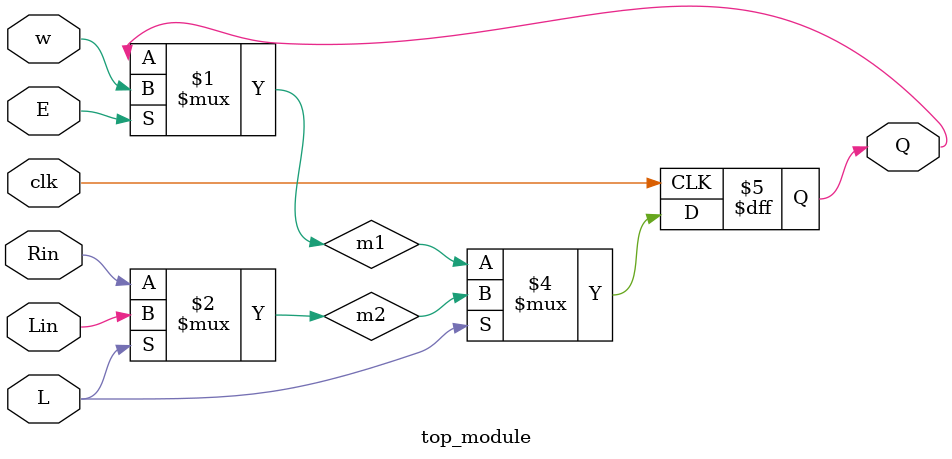
<source format=v>
`timescale 1ns/1ps
module top_module(
    input clk,
    input E,
    input L,
    input w,
    input Rin,
    input Lin,
    output reg Q
);
    wire m1;
    wire m2;

    assign m1 = E ? w : Q;
    assign m2 = L ? Lin : Rin;

    always @(posedge clk)
        Q <= L ? m2 : m1;
endmodule

</source>
